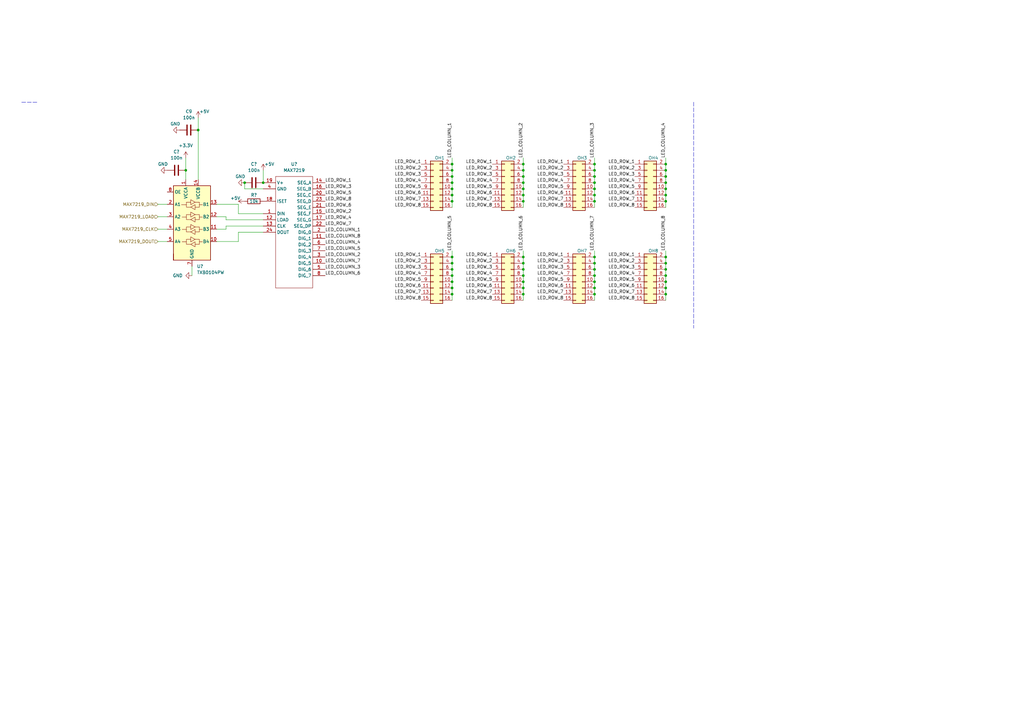
<source format=kicad_sch>
(kicad_sch (version 20211123) (generator eeschema)
  (paper "A3")
  (lib_symbols
    (symbol "Connector_Generic:Conn_02x08_Odd_Even" (pin_names (offset 1.016) hide)
      (property "Reference" "J" (at 1.27 10.16 0))
      (property "Value" "Conn_02x08_Odd_Even" (at 1.27 -12.7 0))
      (symbol "Conn_02x08_Odd_Even_1_1"
        (rectangle (start -1.27 -10.033) (end 0 -10.287) (stroke (width 0.1524)))
        (rectangle (start -1.27 -7.493) (end 0 -7.747) (stroke (width 0.1524)))
        (rectangle (start -1.27 -4.953) (end 0 -5.207) (stroke (width 0.1524)))
        (rectangle (start -1.27 -2.413) (end 0 -2.667) (stroke (width 0.1524)))
        (rectangle (start -1.27 0.127) (end 0 -0.127) (stroke (width 0.1524)))
        (rectangle (start -1.27 2.667) (end 0 2.413) (stroke (width 0.1524)))
        (rectangle (start -1.27 5.207) (end 0 4.953) (stroke (width 0.1524)))
        (rectangle (start -1.27 7.747) (end 0 7.493) (stroke (width 0.1524)))
        (rectangle (start -1.27 8.89) (end 3.81 -11.43) (stroke (width 0.254)) (fill (type background)))
        (rectangle (start 3.81 -10.033) (end 2.54 -10.287) (stroke (width 0.1524)))
        (rectangle (start 3.81 -7.493) (end 2.54 -7.747) (stroke (width 0.1524)))
        (rectangle (start 3.81 -4.953) (end 2.54 -5.207) (stroke (width 0.1524)))
        (rectangle (start 3.81 -2.413) (end 2.54 -2.667) (stroke (width 0.1524)))
        (rectangle (start 3.81 0.127) (end 2.54 -0.127) (stroke (width 0.1524)))
        (rectangle (start 3.81 2.667) (end 2.54 2.413) (stroke (width 0.1524)))
        (rectangle (start 3.81 5.207) (end 2.54 4.953) (stroke (width 0.1524)))
        (rectangle (start 3.81 7.747) (end 2.54 7.493) (stroke (width 0.1524)))
        (pin passive line (at -5.08 7.62 0) (length 3.81) (name "Pin_1") (number "1"))
        (pin passive line (at 7.62 -2.54 180) (length 3.81) (name "Pin_10") (number "10"))
        (pin passive line (at -5.08 -5.08 0) (length 3.81) (name "Pin_11") (number "11"))
        (pin passive line (at 7.62 -5.08 180) (length 3.81) (name "Pin_12") (number "12"))
        (pin passive line (at -5.08 -7.62 0) (length 3.81) (name "Pin_13") (number "13"))
        (pin passive line (at 7.62 -7.62 180) (length 3.81) (name "Pin_14") (number "14"))
        (pin passive line (at -5.08 -10.16 0) (length 3.81) (name "Pin_15") (number "15"))
        (pin passive line (at 7.62 -10.16 180) (length 3.81) (name "Pin_16") (number "16"))
        (pin passive line (at 7.62 7.62 180) (length 3.81) (name "Pin_2") (number "2"))
        (pin passive line (at -5.08 5.08 0) (length 3.81) (name "Pin_3") (number "3"))
        (pin passive line (at 7.62 5.08 180) (length 3.81) (name "Pin_4") (number "4"))
        (pin passive line (at -5.08 2.54 0) (length 3.81) (name "Pin_5") (number "5"))
        (pin passive line (at 7.62 2.54 180) (length 3.81) (name "Pin_6") (number "6"))
        (pin passive line (at -5.08 0 0) (length 3.81) (name "Pin_7") (number "7"))
        (pin passive line (at 7.62 0 180) (length 3.81) (name "Pin_8") (number "8"))
        (pin passive line (at -5.08 -2.54 0) (length 3.81) (name "Pin_9") (number "9"))
      )
    )
    (symbol "Device:C" (pin_numbers hide) (pin_names (offset 0.254))
      (property "Reference" "C" (at 0.635 2.54 0))
      (property "Value" "C" (at 0.635 -2.54 0))
      (symbol "C_0_1"
        (polyline (pts (xy -2.032 -0.762) (xy 2.032 -0.762)) (stroke (width 0.508)))
        (polyline (pts (xy -2.032 0.762) (xy 2.032 0.762)) (stroke (width 0.508)))
      )
      (symbol "C_1_1"
        (pin passive line (at 0 3.81 270) (length 2.794) (name "~") (number "1"))
        (pin passive line (at 0 -3.81 90) (length 2.794) (name "~") (number "2"))
      )
    )
    (symbol "Device:R" (pin_numbers hide) (pin_names (offset 0))
      (property "Reference" "R" (at 2.032 0 90))
      (property "Value" "R" (at 0 0 90))
      (symbol "R_0_1"
        (rectangle (start -1.016 -2.54) (end 1.016 2.54) (stroke (width 0.254)))
      )
      (symbol "R_1_1"
        (pin passive line (at 0 3.81 270) (length 1.27) (name "~") (number "1"))
        (pin passive line (at 0 -3.81 90) (length 1.27) (name "~") (number "2"))
      )
    )
    (symbol "Logic_LevelTranslator:TXB0104PW"
      (property "Reference" "U" (at -6.35 16.51 0))
      (property "Value" "TXB0104PW" (at 3.81 16.51 0))
      (symbol "TXB0104PW_0_1"
        (rectangle (start -7.62 -15.24) (end -7.62 -12.7) (stroke (width 0.254)))
        (rectangle (start -7.62 15.24) (end 7.62 -15.24) (stroke (width 0.254)) (fill (type background)))
        (polyline (pts (xy -2.286 -7.747) (xy -2.286 -6.731) (xy -0.508 -6.731)))
        (polyline (pts (xy -2.286 -2.667) (xy -2.286 -1.651) (xy -0.508 -1.651)))
        (polyline (pts (xy -2.286 2.413) (xy -2.286 3.429) (xy -0.508 3.429)))
        (polyline (pts (xy -2.286 7.493) (xy -2.286 8.509) (xy -0.508 8.509)))
        (polyline (pts (xy 3.048 -7.747) (xy 3.048 -8.763) (xy 1.27 -8.763)))
        (polyline (pts (xy 3.048 -2.667) (xy 3.048 -3.683) (xy 1.27 -3.683)))
        (polyline (pts (xy 3.048 2.413) (xy 3.048 1.397) (xy 1.27 1.397)))
        (polyline (pts (xy 3.048 7.493) (xy 3.048 6.477) (xy 1.27 6.477)))
        (polyline (pts (xy -0.508 -8.763) (xy -2.286 -8.763) (xy -2.286 -7.747) (xy -4.064 -7.747)))
        (polyline (pts (xy -0.508 -8.763) (xy 1.27 -7.747) (xy 1.27 -9.779) (xy -0.508 -8.763)))
        (polyline (pts (xy -0.508 -3.683) (xy -2.286 -3.683) (xy -2.286 -2.667) (xy -4.064 -2.667)))
        (polyline (pts (xy -0.508 -3.683) (xy 1.27 -2.667) (xy 1.27 -4.699) (xy -0.508 -3.683)))
        (polyline (pts (xy -0.508 1.397) (xy -2.286 1.397) (xy -2.286 2.413) (xy -4.064 2.413)))
        (polyline (pts (xy -0.508 1.397) (xy 1.27 2.413) (xy 1.27 0.381) (xy -0.508 1.397)))
        (polyline (pts (xy -0.508 6.477) (xy -2.286 6.477) (xy -2.286 7.493) (xy -4.318 7.493)))
        (polyline (pts (xy -0.508 6.477) (xy 1.27 7.493) (xy 1.27 5.461) (xy -0.508 6.477)))
        (polyline (pts (xy 1.27 -6.731) (xy -0.508 -7.747) (xy -0.508 -5.715) (xy 1.27 -6.731)))
        (polyline (pts (xy 1.27 -6.731) (xy 3.048 -6.731) (xy 3.048 -7.747) (xy 4.318 -7.747)))
        (polyline (pts (xy 1.27 -1.651) (xy -0.508 -2.667) (xy -0.508 -0.635) (xy 1.27 -1.651)))
        (polyline (pts (xy 1.27 -1.651) (xy 3.048 -1.651) (xy 3.048 -2.667) (xy 4.318 -2.667)))
        (polyline (pts (xy 1.27 3.429) (xy -0.508 2.413) (xy -0.508 4.445) (xy 1.27 3.429)))
        (polyline (pts (xy 1.27 3.429) (xy 3.048 3.429) (xy 3.048 2.413) (xy 4.318 2.413)))
        (polyline (pts (xy 1.27 8.509) (xy -0.508 7.493) (xy -0.508 9.525) (xy 1.27 8.509)))
        (polyline (pts (xy 1.27 8.509) (xy 3.048 8.509) (xy 3.048 7.493) (xy 4.318 7.493)))
      )
      (symbol "TXB0104PW_1_1"
        (pin power_in line (at -2.54 17.78 270) (length 2.54) (name "VCCA") (number "1"))
        (pin bidirectional line (at 10.16 -7.62 180) (length 2.54) (name "B4") (number "10"))
        (pin bidirectional line (at 10.16 -2.54 180) (length 2.54) (name "B3") (number "11"))
        (pin bidirectional line (at 10.16 2.54 180) (length 2.54) (name "B2") (number "12"))
        (pin bidirectional line (at 10.16 7.62 180) (length 2.54) (name "B1") (number "13"))
        (pin power_in line (at 2.54 17.78 270) (length 2.54) (name "VCCB") (number "14"))
        (pin bidirectional line (at -10.16 7.62 0) (length 2.54) (name "A1") (number "2"))
        (pin bidirectional line (at -10.16 2.54 0) (length 2.54) (name "A2") (number "3"))
        (pin bidirectional line (at -10.16 -2.54 0) (length 2.54) (name "A3") (number "4"))
        (pin bidirectional line (at -10.16 -7.62 0) (length 2.54) (name "A4") (number "5"))
        (pin no_connect line (at -10.16 -12.7 0) (length 2.54) hide (name "NC") (number "6"))
        (pin power_in line (at 0 -17.78 90) (length 2.54) (name "GND") (number "7"))
        (pin input line (at -10.16 12.7 0) (length 2.54) (name "OE") (number "8"))
        (pin no_connect line (at 10.16 -12.7 180) (length 2.54) hide (name "NC") (number "9"))
      )
    )
    (symbol "igor_lib:MAX7219"
      (property "Reference" "U?" (at 7.62 49.53 0))
      (property "Value" "MAX7219" (at 7.62 46.99 0))
      (symbol "MAX7219_0_1"
        (rectangle (start 0 45.72) (end 15.24 0))
      )
      (symbol "MAX7219_1_1"
        (pin input line (at -5.08 30.48 0) (length 5.08) (name "DIN") (number "1"))
        (pin output line (at 20.32 10.16 180) (length 5.08) (name "DIG_5") (number "10"))
        (pin output line (at 20.32 20.32 180) (length 5.08) (name "DIG_1") (number "11"))
        (pin input line (at -5.08 27.94 0) (length 5.08) (name "LOAD") (number "12"))
        (pin input line (at -5.08 25.4 0) (length 5.08) (name "CLK") (number "13"))
        (pin output line (at 20.32 43.18 180) (length 5.08) (name "SEG_A") (number "14"))
        (pin output line (at 20.32 30.48 180) (length 5.08) (name "SEG_F") (number "15"))
        (pin output line (at 20.32 40.64 180) (length 5.08) (name "SEG_B") (number "16"))
        (pin output line (at 20.32 27.94 180) (length 5.08) (name "SEG_G") (number "17"))
        (pin input line (at -5.08 35.56 0) (length 5.08) (name "ISET") (number "18"))
        (pin power_in line (at -5.08 43.18 0) (length 5.08) (name "V+") (number "19"))
        (pin output line (at 20.32 22.86 180) (length 5.08) (name "DIG_0") (number "2"))
        (pin output line (at 20.32 38.1 180) (length 5.08) (name "SEG_C") (number "20"))
        (pin output line (at 20.32 33.02 180) (length 5.08) (name "SEG_E") (number "21"))
        (pin output line (at 20.32 25.4 180) (length 5.08) (name "SEG_DP") (number "22"))
        (pin output line (at 20.32 35.56 180) (length 5.08) (name "SEG_D") (number "23"))
        (pin output line (at -5.08 22.86 0) (length 5.08) (name "DOUT") (number "24"))
        (pin output line (at 20.32 12.7 180) (length 5.08) (name "DIG_4") (number "3"))
        (pin power_in line (at -5.08 40.64 0) (length 5.08) (name "GND") (number "4"))
        (pin output line (at 20.32 7.62 180) (length 5.08) (name "DIG_6") (number "5"))
        (pin output line (at 20.32 17.78 180) (length 5.08) (name "DIG_2") (number "6"))
        (pin output line (at 20.32 15.24 180) (length 5.08) (name "DIG_3") (number "7"))
        (pin output line (at 20.32 5.08 180) (length 5.08) (name "DIG_7") (number "8"))
        (pin passive line (at -5.08 40.64 0) (length 5.08) hide (name "GND") (number "9"))
      )
    )
    (symbol "power:+3.3V" (power) (pin_names (offset 0))
      (property "Value" "+3.3V" (at 0 3.556 0))
      (symbol "+3.3V_0_1"
        (polyline (pts (xy -0.762 1.27) (xy 0 2.54)))
        (polyline (pts (xy 0 0) (xy 0 2.54)))
        (polyline (pts (xy 0 2.54) (xy 0.762 1.27)))
      )
      (symbol "+3.3V_1_1"
        (pin power_in line (at 0 0 90) (length 0) hide (name "+3.3V") (number "1"))
      )
    )
    (symbol "power:+5V" (power) (pin_names (offset 0))
      (property "Value" "+5V" (at 0 3.556 0))
      (symbol "+5V_0_1"
        (polyline (pts (xy -0.762 1.27) (xy 0 2.54)))
        (polyline (pts (xy 0 0) (xy 0 2.54)))
        (polyline (pts (xy 0 2.54) (xy 0.762 1.27)))
      )
      (symbol "+5V_1_1"
        (pin power_in line (at 0 0 90) (length 0) hide (name "+5V") (number "1"))
      )
    )
    (symbol "power:GND" (power) (pin_names (offset 0))
      (property "Value" "GND" (at 0 -3.81 0))
      (symbol "GND_0_1"
        (polyline (pts (xy 0 0) (xy 0 -1.27) (xy 1.27 -1.27) (xy 0 -2.54) (xy -1.27 -1.27) (xy 0 -1.27)))
      )
      (symbol "GND_1_1"
        (pin power_in line (at 0 0 270) (length 0) hide (name "GND") (number "1"))
      )
    )
  )
  (junction (at 243.84 69.85))
  (junction (at 214.63 110.49))
  (junction (at 185.42 105.41))
  (junction (at 243.84 115.57))
  (junction (at 100.33 74.93))
  (junction (at 273.05 107.95))
  (junction (at 185.42 82.55))
  (junction (at 214.63 120.65))
  (junction (at 214.63 80.01))
  (junction (at 81.28 53.34))
  (junction (at 243.84 74.93))
  (junction (at 243.84 82.55))
  (junction (at 185.42 67.31))
  (junction (at 273.05 72.39))
  (junction (at 273.05 69.85))
  (junction (at 185.42 120.65))
  (junction (at 273.05 82.55))
  (junction (at 273.05 113.03))
  (junction (at 214.63 72.39))
  (junction (at 185.42 72.39))
  (junction (at 273.05 115.57))
  (junction (at 185.42 77.47))
  (junction (at 214.63 67.31))
  (junction (at 214.63 82.55))
  (junction (at 273.05 118.11))
  (junction (at 185.42 80.01))
  (junction (at 214.63 113.03))
  (junction (at 185.42 118.11))
  (junction (at 214.63 69.85))
  (junction (at 214.63 105.41))
  (junction (at 214.63 115.57))
  (junction (at 243.84 120.65))
  (junction (at 273.05 77.47))
  (junction (at 214.63 77.47))
  (junction (at 243.84 110.49))
  (junction (at 243.84 67.31))
  (junction (at 273.05 105.41))
  (junction (at 243.84 72.39))
  (junction (at 185.42 115.57))
  (junction (at 214.63 107.95))
  (junction (at 185.42 74.93))
  (junction (at 243.84 105.41))
  (junction (at 214.63 74.93))
  (junction (at 107.95 74.93))
  (junction (at 273.05 110.49))
  (junction (at 243.84 80.01))
  (junction (at 185.42 107.95))
  (junction (at 243.84 107.95))
  (junction (at 185.42 69.85))
  (junction (at 76.2 69.85))
  (junction (at 273.05 74.93))
  (junction (at 185.42 110.49))
  (junction (at 273.05 67.31))
  (junction (at 214.63 118.11))
  (junction (at 185.42 113.03))
  (junction (at 243.84 77.47))
  (junction (at 243.84 118.11))
  (junction (at 243.84 113.03))
  (junction (at 273.05 120.65))
  (junction (at 273.05 80.01))
  (wire (pts (xy 273.05 74.93) (xy 273.05 77.47)))
  (wire (pts (xy 243.84 74.93) (xy 243.84 77.47)))
  (wire (pts (xy 214.63 107.95) (xy 214.63 110.49)))
  (wire (pts (xy 214.63 67.31) (xy 214.63 69.85)))
  (wire (pts (xy 273.05 115.57) (xy 273.05 118.11)))
  (wire (pts (xy 185.42 107.95) (xy 185.42 110.49)))
  (wire (pts (xy 64.77 99.06) (xy 68.58 99.06)))
  (wire (pts (xy 214.63 115.57) (xy 214.63 118.11)))
  (wire (pts (xy 92.71 92.71) (xy 107.95 92.71)))
  (wire (pts (xy 185.42 72.39) (xy 185.42 74.93)))
  (wire (pts (xy 273.05 80.01) (xy 273.05 82.55)))
  (wire (pts (xy 243.84 115.57) (xy 243.84 118.11)))
  (polyline (pts (xy 8.89 41.91) (xy 15.24 41.91)))
  (wire (pts (xy 76.2 64.77) (xy 76.2 69.85)))
  (wire (pts (xy 214.63 110.49) (xy 214.63 113.03)))
  (wire (pts (xy 273.05 77.47) (xy 273.05 80.01)))
  (wire (pts (xy 97.79 99.06) (xy 88.9 99.06)))
  (wire (pts (xy 214.63 64.77) (xy 214.63 67.31)))
  (wire (pts (xy 273.05 82.55) (xy 273.05 85.09)))
  (wire (pts (xy 97.79 95.25) (xy 97.79 99.06)))
  (wire (pts (xy 185.42 120.65) (xy 185.42 123.19)))
  (wire (pts (xy 214.63 77.47) (xy 214.63 80.01)))
  (wire (pts (xy 214.63 72.39) (xy 214.63 74.93)))
  (wire (pts (xy 97.79 83.82) (xy 88.9 83.82)))
  (wire (pts (xy 185.42 74.93) (xy 185.42 77.47)))
  (wire (pts (xy 107.95 69.85) (xy 107.95 74.93)))
  (wire (pts (xy 214.63 118.11) (xy 214.63 120.65)))
  (wire (pts (xy 185.42 82.55) (xy 185.42 85.09)))
  (wire (pts (xy 78.74 109.22) (xy 78.74 113.03)))
  (wire (pts (xy 81.28 53.34) (xy 81.28 73.66)))
  (wire (pts (xy 243.84 67.31) (xy 243.84 69.85)))
  (wire (pts (xy 243.84 105.41) (xy 243.84 107.95)))
  (wire (pts (xy 185.42 113.03) (xy 185.42 115.57)))
  (wire (pts (xy 214.63 102.87) (xy 214.63 105.41)))
  (wire (pts (xy 185.42 110.49) (xy 185.42 113.03)))
  (wire (pts (xy 214.63 74.93) (xy 214.63 77.47)))
  (wire (pts (xy 243.84 118.11) (xy 243.84 120.65)))
  (wire (pts (xy 273.05 120.65) (xy 273.05 123.19)))
  (wire (pts (xy 243.84 80.01) (xy 243.84 82.55)))
  (wire (pts (xy 100.33 77.47) (xy 100.33 74.93)))
  (wire (pts (xy 243.84 107.95) (xy 243.84 110.49)))
  (wire (pts (xy 92.71 88.9) (xy 88.9 88.9)))
  (wire (pts (xy 64.77 83.82) (xy 68.58 83.82)))
  (wire (pts (xy 273.05 107.95) (xy 273.05 110.49)))
  (wire (pts (xy 97.79 87.63) (xy 97.79 83.82)))
  (wire (pts (xy 64.77 88.9) (xy 68.58 88.9)))
  (wire (pts (xy 81.28 48.26) (xy 81.28 53.34)))
  (wire (pts (xy 92.71 93.98) (xy 88.9 93.98)))
  (wire (pts (xy 214.63 82.55) (xy 214.63 85.09)))
  (wire (pts (xy 273.05 64.77) (xy 273.05 67.31)))
  (wire (pts (xy 214.63 80.01) (xy 214.63 82.55)))
  (wire (pts (xy 273.05 110.49) (xy 273.05 113.03)))
  (wire (pts (xy 185.42 80.01) (xy 185.42 82.55)))
  (wire (pts (xy 214.63 69.85) (xy 214.63 72.39)))
  (polyline (pts (xy 284.48 41.91) (xy 284.48 134.62)))
  (wire (pts (xy 185.42 67.31) (xy 185.42 69.85)))
  (wire (pts (xy 97.79 87.63) (xy 107.95 87.63)))
  (wire (pts (xy 243.84 82.55) (xy 243.84 85.09)))
  (wire (pts (xy 243.84 110.49) (xy 243.84 113.03)))
  (wire (pts (xy 273.05 118.11) (xy 273.05 120.65)))
  (wire (pts (xy 273.05 102.87) (xy 273.05 105.41)))
  (wire (pts (xy 185.42 102.87) (xy 185.42 105.41)))
  (wire (pts (xy 92.71 90.17) (xy 92.71 88.9)))
  (wire (pts (xy 243.84 102.87) (xy 243.84 105.41)))
  (wire (pts (xy 214.63 105.41) (xy 214.63 107.95)))
  (wire (pts (xy 273.05 113.03) (xy 273.05 115.57)))
  (wire (pts (xy 185.42 118.11) (xy 185.42 120.65)))
  (wire (pts (xy 92.71 92.71) (xy 92.71 93.98)))
  (wire (pts (xy 243.84 120.65) (xy 243.84 123.19)))
  (wire (pts (xy 185.42 67.31) (xy 185.42 64.77)))
  (wire (pts (xy 97.79 95.25) (xy 107.95 95.25)))
  (wire (pts (xy 214.63 113.03) (xy 214.63 115.57)))
  (wire (pts (xy 185.42 69.85) (xy 185.42 72.39)))
  (wire (pts (xy 273.05 105.41) (xy 273.05 107.95)))
  (wire (pts (xy 243.84 77.47) (xy 243.84 80.01)))
  (wire (pts (xy 243.84 69.85) (xy 243.84 72.39)))
  (wire (pts (xy 243.84 72.39) (xy 243.84 74.93)))
  (wire (pts (xy 64.77 93.98) (xy 68.58 93.98)))
  (wire (pts (xy 185.42 115.57) (xy 185.42 118.11)))
  (wire (pts (xy 273.05 72.39) (xy 273.05 74.93)))
  (wire (pts (xy 107.95 77.47) (xy 100.33 77.47)))
  (wire (pts (xy 214.63 120.65) (xy 214.63 123.19)))
  (wire (pts (xy 185.42 105.41) (xy 185.42 107.95)))
  (wire (pts (xy 243.84 113.03) (xy 243.84 115.57)))
  (wire (pts (xy 243.84 64.77) (xy 243.84 67.31)))
  (wire (pts (xy 273.05 67.31) (xy 273.05 69.85)))
  (wire (pts (xy 185.42 77.47) (xy 185.42 80.01)))
  (wire (pts (xy 92.71 90.17) (xy 107.95 90.17)))
  (wire (pts (xy 76.2 69.85) (xy 76.2 73.66)))
  (wire (pts (xy 273.05 69.85) (xy 273.05 72.39)))
  (label "LED_ROW_1" (at 201.93 105.41 180))
  (label "LED_ROW_7" (at 201.93 120.65 180))
  (label "LED_ROW_4" (at 201.93 74.93 180))
  (label "LED_ROW_2" (at 133.35 87.63 0))
  (label "LED_ROW_1" (at 231.14 105.41 180))
  (label "LED_ROW_8" (at 260.35 123.19 180))
  (label "LED_ROW_7" (at 260.35 82.55 180))
  (label "LED_COLUMN_8" (at 133.35 97.79 0))
  (label "LED_COLUMN_3" (at 133.35 110.49 0))
  (label "LED_ROW_2" (at 172.72 69.85 180))
  (label "LED_ROW_2" (at 172.72 107.95 180))
  (label "LED_ROW_4" (at 133.35 90.17 0))
  (label "LED_ROW_8" (at 201.93 123.19 180))
  (label "LED_COLUMN_5" (at 185.42 102.87 90))
  (label "LED_ROW_3" (at 231.14 110.49 180))
  (label "LED_ROW_8" (at 231.14 123.19 180))
  (label "LED_COLUMN_6" (at 133.35 113.03 0))
  (label "LED_ROW_8" (at 231.14 85.09 180))
  (label "LED_ROW_6" (at 231.14 118.11 180))
  (label "LED_COLUMN_5" (at 133.35 102.87 0))
  (label "LED_ROW_6" (at 260.35 118.11 180))
  (label "LED_ROW_7" (at 172.72 120.65 180))
  (label "LED_ROW_8" (at 201.93 85.09 180))
  (label "LED_ROW_5" (at 231.14 77.47 180))
  (label "LED_ROW_4" (at 231.14 74.93 180))
  (label "LED_ROW_4" (at 201.93 113.03 180))
  (label "LED_COLUMN_7" (at 243.84 102.87 90))
  (label "LED_ROW_3" (at 231.14 72.39 180))
  (label "LED_ROW_5" (at 172.72 77.47 180))
  (label "LED_ROW_1" (at 231.14 67.31 180))
  (label "LED_ROW_5" (at 231.14 115.57 180))
  (label "LED_ROW_3" (at 260.35 110.49 180))
  (label "LED_COLUMN_8" (at 273.05 102.87 90))
  (label "LED_ROW_5" (at 133.35 80.01 0))
  (label "LED_ROW_6" (at 260.35 80.01 180))
  (label "LED_ROW_7" (at 231.14 82.55 180))
  (label "LED_COLUMN_3" (at 243.84 64.77 90))
  (label "LED_ROW_6" (at 201.93 80.01 180))
  (label "LED_ROW_5" (at 260.35 77.47 180))
  (label "LED_ROW_1" (at 260.35 67.31 180))
  (label "LED_ROW_3" (at 172.72 72.39 180))
  (label "LED_ROW_6" (at 133.35 85.09 0))
  (label "LED_ROW_7" (at 231.14 120.65 180))
  (label "LED_ROW_2" (at 201.93 107.95 180))
  (label "LED_ROW_7" (at 260.35 120.65 180))
  (label "LED_ROW_4" (at 231.14 113.03 180))
  (label "LED_ROW_1" (at 172.72 67.31 180))
  (label "LED_ROW_2" (at 201.93 69.85 180))
  (label "LED_ROW_2" (at 260.35 107.95 180))
  (label "LED_ROW_5" (at 201.93 77.47 180))
  (label "LED_ROW_3" (at 260.35 72.39 180))
  (label "LED_ROW_5" (at 201.93 115.57 180))
  (label "LED_COLUMN_4" (at 273.05 64.77 90))
  (label "LED_ROW_1" (at 260.35 105.41 180))
  (label "LED_COLUMN_6" (at 214.63 102.87 90))
  (label "LED_COLUMN_4" (at 133.35 100.33 0))
  (label "LED_ROW_5" (at 172.72 115.57 180))
  (label "LED_ROW_4" (at 172.72 113.03 180))
  (label "LED_ROW_1" (at 201.93 67.31 180))
  (label "LED_ROW_5" (at 260.35 115.57 180))
  (label "LED_ROW_8" (at 172.72 123.19 180))
  (label "LED_ROW_7" (at 133.35 92.71 0))
  (label "LED_ROW_3" (at 133.35 77.47 0))
  (label "LED_ROW_2" (at 260.35 69.85 180))
  (label "LED_ROW_6" (at 201.93 118.11 180))
  (label "LED_COLUMN_1" (at 185.42 64.77 90))
  (label "LED_ROW_6" (at 231.14 80.01 180))
  (label "LED_ROW_2" (at 231.14 69.85 180))
  (label "LED_COLUMN_2" (at 133.35 105.41 0))
  (label "LED_ROW_2" (at 231.14 107.95 180))
  (label "LED_ROW_8" (at 172.72 85.09 180))
  (label "LED_ROW_3" (at 172.72 110.49 180))
  (label "LED_ROW_3" (at 201.93 72.39 180))
  (label "LED_ROW_6" (at 172.72 118.11 180))
  (label "LED_ROW_8" (at 133.35 82.55 0))
  (label "LED_COLUMN_2" (at 214.63 64.77 90))
  (label "LED_COLUMN_1" (at 133.35 95.25 0))
  (label "LED_ROW_3" (at 201.93 110.49 180))
  (label "LED_ROW_7" (at 201.93 82.55 180))
  (label "LED_ROW_1" (at 133.35 74.93 0))
  (label "LED_ROW_8" (at 260.35 85.09 180))
  (label "LED_ROW_4" (at 172.72 74.93 180))
  (label "LED_ROW_1" (at 172.72 105.41 180))
  (label "LED_ROW_4" (at 260.35 74.93 180))
  (label "LED_COLUMN_7" (at 133.35 107.95 0))
  (label "LED_ROW_7" (at 172.72 82.55 180))
  (label "LED_ROW_4" (at 260.35 113.03 180))
  (label "LED_ROW_6" (at 172.72 80.01 180))
  (hierarchical_label "MAX7219_CLK" (shape input) (at 64.77 93.98 180))
  (hierarchical_label "MAX7219_DOUT" (shape input) (at 64.77 99.06 180))
  (hierarchical_label "MAX7219_DIN" (shape input) (at 64.77 83.82 180))
  (hierarchical_label "MAX7219_LOAD" (shape input) (at 64.77 88.9 180))
  (symbol (lib_id "power:+3.3V") (at 76.2 64.77 0) (unit 1)
    (property "Reference" "#PWR?" (effects hide))
    (property "Value" "+3.3V" (at 76.2 59.69 0))
  )
  (symbol (lib_id "power:+5V") (at 107.95 69.85 0) (unit 1)
    (property "Reference" "#PWR?" (effects hide))
    (property "Value" "+5V" (at 110.49 67.31 0))
  )
  (symbol (lib_id "Connector_Generic:Conn_02x08_Odd_Even") (at 265.43 113.03 0) (unit 1)
    (property "Reference" "OH8" (at 267.97 102.87 0))
  )
  (symbol (lib_id "Connector_Generic:Conn_02x08_Odd_Even") (at 177.8 113.03 0) (unit 1)
    (property "Reference" "OH5" (at 180.34 102.87 0))
  )
  (symbol (lib_id "Connector_Generic:Conn_02x08_Odd_Even") (at 207.01 113.03 0) (unit 1)
    (property "Reference" "OH6" (at 209.55 102.87 0))
  )
  (symbol (lib_id "Logic_LevelTranslator:TXB0104PW") (at 78.74 91.44 0) (unit 1)
    (property "Reference" "U?" (at 80.7594 109.22 0) (effects (justify left)))
    (property "Value" "TXB0104PW" (at 80.7594 111.76 0) (effects (justify left)))
    (property "Footprint" "Package_SO:TSSOP-14_4.4x5mm_P0.65mm" (effects hide))
    (property "Datasheet" "http://www.ti.com/lit/ds/symlink/txb0104.pdf" (effects hide))
  )
  (symbol (lib_id "power:+5V") (at 81.28 48.26 0) (unit 1)
    (property "Reference" "#PWR0141" (effects hide))
    (property "Value" "+5V" (at 83.82 45.72 0))
  )
  (symbol (lib_id "power:+5V") (at 100.33 82.55 90) (unit 1)
    (property "Reference" "#PWR?" (effects hide))
    (property "Value" "+5V" (at 96.52 81.28 90))
  )
  (symbol (lib_id "Connector_Generic:Conn_02x08_Odd_Even") (at 236.22 74.93 0) (unit 1)
    (property "Reference" "OH3" (at 238.76 64.77 0))
  )
  (symbol (lib_id "Device:R") (at 104.14 82.55 90) (unit 1)
    (property "Reference" "R?" (at 104.14 80.01 90))
    (property "Value" "10k" (at 104.14 82.55 90))
    (property "Footprint" "Resistor_SMD:R_0402_1005Metric" (effects hide))
    (property "LCSC" "C25744" (effects hide))
  )
  (symbol (lib_id "Connector_Generic:Conn_02x08_Odd_Even") (at 207.01 74.93 0) (unit 1)
    (property "Reference" "OH2" (at 209.55 64.77 0))
  )
  (symbol (lib_id "power:GND") (at 78.74 113.03 270) (unit 1)
    (property "Reference" "#PWR0140" (effects hide))
    (property "Value" "GND" (at 74.93 113.0299 90) (effects (justify right)))
  )
  (symbol (lib_id "igor_lib:MAX7219") (at 113.03 118.11 0) (unit 1)
    (property "Reference" "U?" (at 120.65 67.31 0))
    (property "Value" "MAX7219" (at 120.65 69.85 0))
    (property "Footprint" "Package_SO:SOIC-24W_7.5x15.4mm_P1.27mm" (effects hide))
    (property "LCSC" "C9964" (effects hide))
  )
  (symbol (lib_id "Device:C") (at 77.47 53.34 90) (unit 1)
    (property "Reference" "C9" (at 77.47 45.72 90))
    (property "Value" "100n" (at 77.47 48.26 90))
    (property "LCSC" "C1525" (effects hide))
  )
  (symbol (lib_id "Connector_Generic:Conn_02x08_Odd_Even") (at 236.22 113.03 0) (unit 1)
    (property "Reference" "OH7" (at 238.76 102.87 0))
  )
  (symbol (lib_id "Device:C") (at 104.14 74.93 90) (unit 1)
    (property "Reference" "C?" (at 104.14 67.31 90))
    (property "Value" "100n" (at 104.14 69.85 90))
    (property "Footprint" "Capacitor_SMD:C_0402_1005Metric" (effects hide))
    (property "LCSC" "C1525" (effects hide))
  )
  (symbol (lib_id "Device:C") (at 72.39 69.85 90) (unit 1)
    (property "Reference" "C?" (at 72.39 62.23 90))
    (property "Value" "100n" (at 72.39 64.77 90))
    (property "LCSC" "C1525" (effects hide))
  )
  (symbol (lib_id "power:GND") (at 68.58 69.85 270) (unit 1)
    (property "Reference" "#PWR?" (effects hide))
    (property "Value" "~" (at 64.77 67.31 90) (effects (justify left)))
  )
  (symbol (lib_id "power:GND") (at 73.66 53.34 270) (unit 1)
    (property "Reference" "#PWR0139" (effects hide))
    (property "Value" "~" (at 69.85 50.8 90) (effects (justify left)))
  )
  (symbol (lib_id "Connector_Generic:Conn_02x08_Odd_Even") (at 177.8 74.93 0) (unit 1)
    (property "Reference" "OH1" (at 180.34 64.77 0))
  )
  (symbol (lib_id "Connector_Generic:Conn_02x08_Odd_Even") (at 265.43 74.93 0) (unit 1)
    (property "Reference" "OH4" (at 267.97 64.77 0))
  )
  (symbol (lib_id "power:GND") (at 100.33 74.93 270) (unit 1)
    (property "Reference" "#PWR?" (effects hide))
    (property "Value" "GND" (at 96.52 72.39 90) (effects (justify left)))
  )
)
</source>
